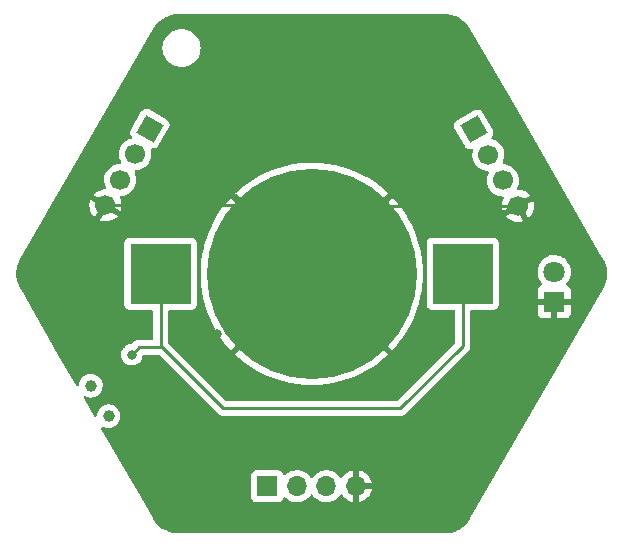
<source format=gbr>
%TF.GenerationSoftware,KiCad,Pcbnew,(6.0.5-0)*%
%TF.CreationDate,2022-06-08T15:29:45+08:00*%
%TF.ProjectId,dtl,64746c2e-6b69-4636-9164-5f7063625858,rev?*%
%TF.SameCoordinates,Original*%
%TF.FileFunction,Copper,L2,Bot*%
%TF.FilePolarity,Positive*%
%FSLAX46Y46*%
G04 Gerber Fmt 4.6, Leading zero omitted, Abs format (unit mm)*
G04 Created by KiCad (PCBNEW (6.0.5-0)) date 2022-06-08 15:29:45*
%MOMM*%
%LPD*%
G01*
G04 APERTURE LIST*
G04 Aperture macros list*
%AMHorizOval*
0 Thick line with rounded ends*
0 $1 width*
0 $2 $3 position (X,Y) of the first rounded end (center of the circle)*
0 $4 $5 position (X,Y) of the second rounded end (center of the circle)*
0 Add line between two ends*
20,1,$1,$2,$3,$4,$5,0*
0 Add two circle primitives to create the rounded ends*
1,1,$1,$2,$3*
1,1,$1,$4,$5*%
%AMRotRect*
0 Rectangle, with rotation*
0 The origin of the aperture is its center*
0 $1 length*
0 $2 width*
0 $3 Rotation angle, in degrees counterclockwise*
0 Add horizontal line*
21,1,$1,$2,0,0,$3*%
G04 Aperture macros list end*
%TA.AperFunction,ComponentPad*%
%ADD10RotRect,1.700000X1.700000X330.000000*%
%TD*%
%TA.AperFunction,ComponentPad*%
%ADD11HorizOval,1.700000X0.000000X0.000000X0.000000X0.000000X0*%
%TD*%
%TA.AperFunction,ComponentPad*%
%ADD12C,1.000000*%
%TD*%
%TA.AperFunction,ComponentPad*%
%ADD13R,1.700000X1.700000*%
%TD*%
%TA.AperFunction,ComponentPad*%
%ADD14O,1.700000X1.700000*%
%TD*%
%TA.AperFunction,ComponentPad*%
%ADD15RotRect,1.700000X1.700000X30.000000*%
%TD*%
%TA.AperFunction,ComponentPad*%
%ADD16HorizOval,1.700000X0.000000X0.000000X0.000000X0.000000X0*%
%TD*%
%TA.AperFunction,ComponentPad*%
%ADD17R,1.800000X1.800000*%
%TD*%
%TA.AperFunction,ComponentPad*%
%ADD18C,1.800000*%
%TD*%
%TA.AperFunction,SMDPad,CuDef*%
%ADD19R,5.100000X5.100000*%
%TD*%
%TA.AperFunction,SMDPad,CuDef*%
%ADD20C,17.800000*%
%TD*%
%TA.AperFunction,ViaPad*%
%ADD21C,0.800000*%
%TD*%
%TA.AperFunction,Conductor*%
%ADD22C,0.250000*%
%TD*%
G04 APERTURE END LIST*
D10*
%TO.P,J2,1,Pin_1*%
%TO.N,Net-(Q6-Pad2)*%
X63920000Y-47974031D03*
D11*
%TO.P,J2,2,Pin_2*%
%TO.N,Net-(D4-Pad1)*%
X62670000Y-50139095D03*
%TO.P,J2,3,Pin_3*%
%TO.N,unconnected-(J2-Pad3)*%
X61420000Y-52304158D03*
%TO.P,J2,4,Pin_4*%
%TO.N,GNDREF*%
X60170000Y-54469222D03*
%TD*%
D12*
%TO.P,SW1,8*%
%TO.N,N/C*%
X58927031Y-69727889D03*
%TO.P,SW1,9*%
X60427031Y-72325965D03*
%TD*%
D13*
%TO.P,J4,1,Pin_1*%
%TO.N,Net-(Q6-Pad2)*%
X73880000Y-78244927D03*
D14*
%TO.P,J4,2,Pin_2*%
%TO.N,unconnected-(J4-Pad2)*%
X76380000Y-78244927D03*
%TO.P,J4,3,Pin_3*%
%TO.N,Net-(D5-Pad1)*%
X78880000Y-78244927D03*
%TO.P,J4,4,Pin_4*%
%TO.N,GNDREF*%
X81380000Y-78244927D03*
%TD*%
D15*
%TO.P,J8,1,Pin_1*%
%TO.N,unconnected-(J8-Pad1)*%
X91335000Y-48019927D03*
D16*
%TO.P,J8,2,Pin_2*%
%TO.N,Net-(J8-Pad2)*%
X92585000Y-50184991D03*
%TO.P,J8,3,Pin_3*%
X93835000Y-52350054D03*
%TO.P,J8,4,Pin_4*%
%TO.N,GNDREF*%
X95085000Y-54515118D03*
%TD*%
D17*
%TO.P,D11,1,K*%
%TO.N,GNDREF*%
X98164400Y-62626327D03*
D18*
%TO.P,D11,2,A*%
%TO.N,Net-(D11-Pad2)*%
X98164400Y-60086327D03*
%TD*%
D19*
%TO.P,BT3,1,+*%
%TO.N,Net-(BT3-Pad1)*%
X64830000Y-60264927D03*
X90430000Y-60264927D03*
D20*
%TO.P,BT3,2,-*%
%TO.N,GNDREF*%
X77630000Y-60264927D03*
%TD*%
D21*
%TO.N,GNDREF*%
X70360000Y-80650000D03*
X71610000Y-48150000D03*
X69600000Y-65400000D03*
X87360000Y-64650000D03*
%TO.N,Net-(BT3-Pad1)*%
X62400000Y-67100000D03*
%TD*%
D22*
%TO.N,GNDREF*%
X60170000Y-54469222D02*
X71834295Y-54469222D01*
X70360000Y-80650000D02*
X81360000Y-80650000D01*
X81380000Y-80630000D02*
X81380000Y-78244927D01*
X95085000Y-54515118D02*
X83379809Y-54515118D01*
X71834295Y-54469222D02*
X77630000Y-60264927D01*
X83379809Y-54515118D02*
X77630000Y-60264927D01*
X81360000Y-80650000D02*
X81380000Y-80630000D01*
%TO.N,Net-(BT3-Pad1)*%
X90430000Y-60264927D02*
X90430000Y-66376927D01*
X64830000Y-66332927D02*
X64662927Y-66500000D01*
X90430000Y-66376927D02*
X85145000Y-71661927D01*
X64830000Y-66332927D02*
X64830000Y-60264927D01*
X63000000Y-66500000D02*
X62400000Y-67100000D01*
X85145000Y-71661927D02*
X70159000Y-71661927D01*
X64662927Y-66500000D02*
X63000000Y-66500000D01*
X70159000Y-71661927D02*
X64830000Y-66332927D01*
%TD*%
%TA.AperFunction,Conductor*%
%TO.N,GNDREF*%
G36*
X88852783Y-38264927D02*
G01*
X88867617Y-38267237D01*
X88867620Y-38267237D01*
X88876490Y-38268618D01*
X88894100Y-38266315D01*
X88917757Y-38265464D01*
X89164688Y-38279844D01*
X89179231Y-38281543D01*
X89450117Y-38329306D01*
X89464364Y-38332683D01*
X89727879Y-38411574D01*
X89741640Y-38416583D01*
X89830103Y-38454742D01*
X89994195Y-38525525D01*
X90007290Y-38532101D01*
X90245499Y-38669634D01*
X90257741Y-38677686D01*
X90478370Y-38841942D01*
X90489594Y-38851361D01*
X90689661Y-39040122D01*
X90699704Y-39050768D01*
X90876507Y-39261482D01*
X90876508Y-39261483D01*
X90885249Y-39273223D01*
X91017246Y-39473928D01*
X91029482Y-39497697D01*
X91029579Y-39497949D01*
X91029583Y-39497956D01*
X91032820Y-39506324D01*
X91038278Y-39513450D01*
X91052183Y-39531606D01*
X91061269Y-39545218D01*
X95088126Y-46519937D01*
X102239595Y-58906642D01*
X102274106Y-58966417D01*
X102282501Y-58983959D01*
X102291157Y-59006335D01*
X102301952Y-59020429D01*
X102314520Y-59040497D01*
X102425525Y-59261529D01*
X102431329Y-59274983D01*
X102525405Y-59533459D01*
X102529607Y-59547497D01*
X102593037Y-59815140D01*
X102595581Y-59829569D01*
X102627511Y-60102762D01*
X102628363Y-60117390D01*
X102628361Y-60392446D01*
X102627509Y-60407074D01*
X102595573Y-60680278D01*
X102593028Y-60694707D01*
X102529597Y-60962337D01*
X102525395Y-60976375D01*
X102431313Y-61234854D01*
X102425510Y-61248306D01*
X102348214Y-61402213D01*
X102317712Y-61462946D01*
X102303238Y-61485440D01*
X102297437Y-61492642D01*
X102285223Y-61522054D01*
X102277985Y-61536715D01*
X91065146Y-80957923D01*
X91054155Y-80973958D01*
X91039111Y-80992634D01*
X91035669Y-81000923D01*
X91035668Y-81000924D01*
X91032299Y-81009035D01*
X91021205Y-81029950D01*
X90885279Y-81236604D01*
X90876529Y-81248356D01*
X90699722Y-81459059D01*
X90689667Y-81469716D01*
X90489587Y-81658477D01*
X90478381Y-81667879D01*
X90282493Y-81813710D01*
X90257737Y-81832140D01*
X90245496Y-81840191D01*
X90007287Y-81977720D01*
X89994193Y-81984296D01*
X89741629Y-82093242D01*
X89727861Y-82098253D01*
X89464365Y-82177140D01*
X89450108Y-82180520D01*
X89335557Y-82200720D01*
X89179217Y-82228288D01*
X89164672Y-82229989D01*
X88924940Y-82243956D01*
X88898230Y-82242669D01*
X88889025Y-82241236D01*
X88860803Y-82244927D01*
X88857469Y-82245363D01*
X88841129Y-82246427D01*
X66415466Y-82246427D01*
X66396081Y-82244927D01*
X66381248Y-82242617D01*
X66381244Y-82242617D01*
X66372375Y-82241236D01*
X66363473Y-82242400D01*
X66363471Y-82242400D01*
X66359274Y-82242949D01*
X66354769Y-82243538D01*
X66331111Y-82244389D01*
X66084176Y-82230007D01*
X66069631Y-82228307D01*
X65879998Y-82194869D01*
X65798744Y-82180542D01*
X65784488Y-82177163D01*
X65633189Y-82131868D01*
X65520975Y-82098274D01*
X65507220Y-82093268D01*
X65254650Y-81984319D01*
X65241560Y-81977746D01*
X65003350Y-81840217D01*
X64991107Y-81832165D01*
X64991074Y-81832140D01*
X64770472Y-81667909D01*
X64759249Y-81658492D01*
X64559175Y-81469734D01*
X64549120Y-81459076D01*
X64372316Y-81248372D01*
X64363566Y-81236619D01*
X64231677Y-81036094D01*
X64219437Y-81012322D01*
X64219269Y-81011887D01*
X64219268Y-81011885D01*
X64216029Y-81003513D01*
X64196672Y-80978241D01*
X64187582Y-80964624D01*
X63135902Y-79143061D01*
X72521500Y-79143061D01*
X72528255Y-79205243D01*
X72579385Y-79341632D01*
X72666739Y-79458188D01*
X72783295Y-79545542D01*
X72919684Y-79596672D01*
X72981866Y-79603427D01*
X74778134Y-79603427D01*
X74840316Y-79596672D01*
X74976705Y-79545542D01*
X75093261Y-79458188D01*
X75180615Y-79341632D01*
X75212515Y-79256539D01*
X75255156Y-79199774D01*
X75321718Y-79175074D01*
X75391067Y-79190281D01*
X75418285Y-79212243D01*
X75419170Y-79211339D01*
X75422864Y-79214956D01*
X75426250Y-79218865D01*
X75598126Y-79361559D01*
X75791000Y-79474265D01*
X75999692Y-79553957D01*
X76004760Y-79554988D01*
X76004763Y-79554989D01*
X76099862Y-79574337D01*
X76218597Y-79598494D01*
X76223772Y-79598684D01*
X76223774Y-79598684D01*
X76436673Y-79606491D01*
X76436677Y-79606491D01*
X76441837Y-79606680D01*
X76446957Y-79606024D01*
X76446959Y-79606024D01*
X76658288Y-79578952D01*
X76658289Y-79578952D01*
X76663416Y-79578295D01*
X76668366Y-79576810D01*
X76872429Y-79515588D01*
X76872434Y-79515586D01*
X76877384Y-79514101D01*
X77077994Y-79415823D01*
X77259860Y-79286100D01*
X77289525Y-79256539D01*
X77403400Y-79143061D01*
X77418096Y-79128416D01*
X77477814Y-79045310D01*
X77528681Y-78974520D01*
X77584676Y-78930872D01*
X77655379Y-78924426D01*
X77718344Y-78957229D01*
X77738437Y-78982212D01*
X77777287Y-79045610D01*
X77777291Y-79045615D01*
X77779987Y-79050015D01*
X77926250Y-79218865D01*
X78098126Y-79361559D01*
X78291000Y-79474265D01*
X78499692Y-79553957D01*
X78504760Y-79554988D01*
X78504763Y-79554989D01*
X78599862Y-79574337D01*
X78718597Y-79598494D01*
X78723772Y-79598684D01*
X78723774Y-79598684D01*
X78936673Y-79606491D01*
X78936677Y-79606491D01*
X78941837Y-79606680D01*
X78946957Y-79606024D01*
X78946959Y-79606024D01*
X79158288Y-79578952D01*
X79158289Y-79578952D01*
X79163416Y-79578295D01*
X79168366Y-79576810D01*
X79372429Y-79515588D01*
X79372434Y-79515586D01*
X79377384Y-79514101D01*
X79577994Y-79415823D01*
X79759860Y-79286100D01*
X79789525Y-79256539D01*
X79903400Y-79143061D01*
X79918096Y-79128416D01*
X79977598Y-79045610D01*
X80028998Y-78974079D01*
X80084993Y-78930431D01*
X80155696Y-78923985D01*
X80218661Y-78956788D01*
X80238754Y-78981771D01*
X80277690Y-79045310D01*
X80283777Y-79053626D01*
X80423213Y-79214594D01*
X80430580Y-79221810D01*
X80594434Y-79357843D01*
X80602881Y-79363758D01*
X80786756Y-79471206D01*
X80796042Y-79475656D01*
X80995001Y-79551630D01*
X81004899Y-79554506D01*
X81108250Y-79575533D01*
X81122299Y-79574337D01*
X81126000Y-79563992D01*
X81126000Y-79563444D01*
X81634000Y-79563444D01*
X81638064Y-79577286D01*
X81651478Y-79579320D01*
X81658184Y-79578461D01*
X81668262Y-79576319D01*
X81872255Y-79515118D01*
X81881842Y-79511360D01*
X82073095Y-79417666D01*
X82081945Y-79412391D01*
X82255328Y-79288719D01*
X82263200Y-79282066D01*
X82414052Y-79131739D01*
X82420730Y-79123892D01*
X82545003Y-78950947D01*
X82550313Y-78942110D01*
X82644670Y-78751194D01*
X82648469Y-78741599D01*
X82710377Y-78537837D01*
X82712555Y-78527764D01*
X82713986Y-78516889D01*
X82711775Y-78502705D01*
X82698617Y-78498927D01*
X81652115Y-78498927D01*
X81636876Y-78503402D01*
X81635671Y-78504792D01*
X81634000Y-78512475D01*
X81634000Y-79563444D01*
X81126000Y-79563444D01*
X81126000Y-77972812D01*
X81634000Y-77972812D01*
X81638475Y-77988051D01*
X81639865Y-77989256D01*
X81647548Y-77990927D01*
X82698344Y-77990927D01*
X82711875Y-77986954D01*
X82713180Y-77977874D01*
X82671214Y-77810802D01*
X82667894Y-77801051D01*
X82582972Y-77605741D01*
X82578105Y-77596666D01*
X82462426Y-77417853D01*
X82456136Y-77409684D01*
X82312806Y-77252167D01*
X82305273Y-77245142D01*
X82138139Y-77113149D01*
X82129552Y-77107444D01*
X81943117Y-77004526D01*
X81933705Y-77000296D01*
X81732959Y-76929207D01*
X81722988Y-76926573D01*
X81651837Y-76913899D01*
X81638540Y-76915359D01*
X81634000Y-76929916D01*
X81634000Y-77972812D01*
X81126000Y-77972812D01*
X81126000Y-76928029D01*
X81122082Y-76914685D01*
X81107806Y-76912698D01*
X81069324Y-76918587D01*
X81059288Y-76920978D01*
X80856868Y-76987139D01*
X80847359Y-76991136D01*
X80658463Y-77089469D01*
X80649738Y-77094963D01*
X80479433Y-77222832D01*
X80471726Y-77229675D01*
X80324590Y-77383644D01*
X80318108Y-77391649D01*
X80234028Y-77514905D01*
X80179116Y-77559907D01*
X80108592Y-77568078D01*
X80044845Y-77536824D01*
X80024148Y-77512340D01*
X79962822Y-77417544D01*
X79962820Y-77417541D01*
X79960014Y-77413204D01*
X79809670Y-77247978D01*
X79805619Y-77244779D01*
X79805615Y-77244775D01*
X79638414Y-77112727D01*
X79638410Y-77112725D01*
X79634359Y-77109525D01*
X79598028Y-77089469D01*
X79582136Y-77080696D01*
X79438789Y-77001565D01*
X79433920Y-76999841D01*
X79433916Y-76999839D01*
X79233087Y-76928722D01*
X79233083Y-76928721D01*
X79228212Y-76926996D01*
X79223119Y-76926089D01*
X79223116Y-76926088D01*
X79013373Y-76888727D01*
X79013367Y-76888726D01*
X79008284Y-76887821D01*
X78934452Y-76886919D01*
X78790081Y-76885155D01*
X78790079Y-76885155D01*
X78784911Y-76885092D01*
X78564091Y-76918882D01*
X78351756Y-76988284D01*
X78153607Y-77091434D01*
X78149474Y-77094537D01*
X78149471Y-77094539D01*
X78066771Y-77156632D01*
X77974965Y-77225562D01*
X77820629Y-77387065D01*
X77733732Y-77514452D01*
X77678823Y-77559452D01*
X77608298Y-77567623D01*
X77544551Y-77536369D01*
X77523854Y-77511885D01*
X77462822Y-77417544D01*
X77462820Y-77417541D01*
X77460014Y-77413204D01*
X77309670Y-77247978D01*
X77305619Y-77244779D01*
X77305615Y-77244775D01*
X77138414Y-77112727D01*
X77138410Y-77112725D01*
X77134359Y-77109525D01*
X77098028Y-77089469D01*
X77082136Y-77080696D01*
X76938789Y-77001565D01*
X76933920Y-76999841D01*
X76933916Y-76999839D01*
X76733087Y-76928722D01*
X76733083Y-76928721D01*
X76728212Y-76926996D01*
X76723119Y-76926089D01*
X76723116Y-76926088D01*
X76513373Y-76888727D01*
X76513367Y-76888726D01*
X76508284Y-76887821D01*
X76434452Y-76886919D01*
X76290081Y-76885155D01*
X76290079Y-76885155D01*
X76284911Y-76885092D01*
X76064091Y-76918882D01*
X75851756Y-76988284D01*
X75653607Y-77091434D01*
X75649474Y-77094537D01*
X75649471Y-77094539D01*
X75566771Y-77156632D01*
X75474965Y-77225562D01*
X75471398Y-77229295D01*
X75471392Y-77229300D01*
X75423011Y-77279928D01*
X75361487Y-77315357D01*
X75290574Y-77311900D01*
X75232788Y-77270653D01*
X75213936Y-77237105D01*
X75183768Y-77156632D01*
X75183767Y-77156630D01*
X75180615Y-77148222D01*
X75093261Y-77031666D01*
X74976705Y-76944312D01*
X74840316Y-76893182D01*
X74778134Y-76886427D01*
X72981866Y-76886427D01*
X72919684Y-76893182D01*
X72783295Y-76944312D01*
X72666739Y-77031666D01*
X72579385Y-77148222D01*
X72528255Y-77284611D01*
X72521500Y-77346793D01*
X72521500Y-79143061D01*
X63135902Y-79143061D01*
X62054866Y-77270653D01*
X59829076Y-73415471D01*
X59812338Y-73346477D01*
X59835558Y-73279385D01*
X59891366Y-73235498D01*
X59962041Y-73228749D01*
X59999666Y-73242484D01*
X60015947Y-73251584D01*
X60015953Y-73251586D01*
X60021325Y-73254589D01*
X60209423Y-73315705D01*
X60405808Y-73339123D01*
X60411943Y-73338651D01*
X60411945Y-73338651D01*
X60596861Y-73324422D01*
X60596865Y-73324421D01*
X60603003Y-73323949D01*
X60793494Y-73270763D01*
X60798998Y-73267983D01*
X60799000Y-73267982D01*
X60964526Y-73184369D01*
X60964528Y-73184368D01*
X60970027Y-73181590D01*
X61125878Y-73059826D01*
X61255109Y-72910110D01*
X61352800Y-72738144D01*
X61415228Y-72550478D01*
X61440016Y-72354260D01*
X61440411Y-72325965D01*
X61421111Y-72129132D01*
X61417017Y-72115570D01*
X61365728Y-71945696D01*
X61363947Y-71939796D01*
X61271097Y-71765169D01*
X61200740Y-71678903D01*
X61149991Y-71616678D01*
X61149988Y-71616675D01*
X61146096Y-71611903D01*
X61139755Y-71606657D01*
X60998456Y-71489764D01*
X60998452Y-71489762D01*
X60993706Y-71485835D01*
X60819732Y-71391767D01*
X60630799Y-71333283D01*
X60624674Y-71332639D01*
X60624673Y-71332639D01*
X60440235Y-71313254D01*
X60440233Y-71313254D01*
X60434106Y-71312610D01*
X60351607Y-71320118D01*
X60243282Y-71329976D01*
X60243279Y-71329977D01*
X60237143Y-71330535D01*
X60231237Y-71332273D01*
X60231233Y-71332274D01*
X60126107Y-71363214D01*
X60047412Y-71386375D01*
X60041954Y-71389228D01*
X60041950Y-71389230D01*
X59951178Y-71436685D01*
X59872141Y-71478005D01*
X59718006Y-71601933D01*
X59590877Y-71753439D01*
X59587910Y-71758837D01*
X59587906Y-71758842D01*
X59584428Y-71765169D01*
X59495598Y-71926752D01*
X59493737Y-71932619D01*
X59493736Y-71932621D01*
X59444208Y-72088754D01*
X59435796Y-72115271D01*
X59434436Y-72127399D01*
X59420375Y-72252749D01*
X59392904Y-72318215D01*
X59334400Y-72358437D01*
X59263438Y-72360644D01*
X59202547Y-72324136D01*
X59186041Y-72301703D01*
X59182741Y-72295986D01*
X58329076Y-70817396D01*
X58312338Y-70748401D01*
X58335558Y-70681309D01*
X58391366Y-70637422D01*
X58462041Y-70630673D01*
X58499666Y-70644408D01*
X58515947Y-70653508D01*
X58515953Y-70653510D01*
X58521325Y-70656513D01*
X58709423Y-70717629D01*
X58905808Y-70741047D01*
X58911943Y-70740575D01*
X58911945Y-70740575D01*
X59096861Y-70726346D01*
X59096865Y-70726345D01*
X59103003Y-70725873D01*
X59293494Y-70672687D01*
X59298998Y-70669907D01*
X59299000Y-70669906D01*
X59464526Y-70586293D01*
X59464528Y-70586292D01*
X59470027Y-70583514D01*
X59625878Y-70461750D01*
X59755109Y-70312034D01*
X59852800Y-70140068D01*
X59915228Y-69952402D01*
X59940016Y-69756184D01*
X59940411Y-69727889D01*
X59921111Y-69531056D01*
X59911442Y-69499029D01*
X59865728Y-69347620D01*
X59863947Y-69341720D01*
X59771097Y-69167093D01*
X59700740Y-69080827D01*
X59649991Y-69018602D01*
X59649988Y-69018599D01*
X59646096Y-69013827D01*
X59639755Y-69008581D01*
X59498456Y-68891688D01*
X59498452Y-68891686D01*
X59493706Y-68887759D01*
X59319732Y-68793691D01*
X59130799Y-68735207D01*
X59124674Y-68734563D01*
X59124673Y-68734563D01*
X58940235Y-68715178D01*
X58940233Y-68715178D01*
X58934106Y-68714534D01*
X58851607Y-68722042D01*
X58743282Y-68731900D01*
X58743279Y-68731901D01*
X58737143Y-68732459D01*
X58731237Y-68734197D01*
X58731233Y-68734198D01*
X58626107Y-68765138D01*
X58547412Y-68788299D01*
X58541954Y-68791152D01*
X58541950Y-68791154D01*
X58451178Y-68838609D01*
X58372141Y-68879929D01*
X58218006Y-69003857D01*
X58090877Y-69155363D01*
X58087910Y-69160761D01*
X58087906Y-69160766D01*
X58073544Y-69186891D01*
X57995598Y-69328676D01*
X57993737Y-69334543D01*
X57993736Y-69334545D01*
X57941810Y-69498236D01*
X57935796Y-69517195D01*
X57933553Y-69537190D01*
X57920375Y-69654673D01*
X57892904Y-69720140D01*
X57834400Y-69760362D01*
X57763438Y-69762569D01*
X57702547Y-69726061D01*
X57686044Y-69703633D01*
X56182836Y-67100000D01*
X61486496Y-67100000D01*
X61506458Y-67289928D01*
X61565473Y-67471556D01*
X61660960Y-67636944D01*
X61788747Y-67778866D01*
X61943248Y-67891118D01*
X61949276Y-67893802D01*
X61949278Y-67893803D01*
X62111681Y-67966109D01*
X62117712Y-67968794D01*
X62211112Y-67988647D01*
X62298056Y-68007128D01*
X62298061Y-68007128D01*
X62304513Y-68008500D01*
X62495487Y-68008500D01*
X62501939Y-68007128D01*
X62501944Y-68007128D01*
X62588888Y-67988647D01*
X62682288Y-67968794D01*
X62688319Y-67966109D01*
X62850722Y-67893803D01*
X62850724Y-67893802D01*
X62856752Y-67891118D01*
X63011253Y-67778866D01*
X63139040Y-67636944D01*
X63234527Y-67471556D01*
X63293542Y-67289928D01*
X63298124Y-67246329D01*
X63325137Y-67180673D01*
X63383358Y-67140043D01*
X63423434Y-67133500D01*
X64584160Y-67133500D01*
X64595343Y-67134027D01*
X64602836Y-67135702D01*
X64610762Y-67135453D01*
X64610763Y-67135453D01*
X64670913Y-67133562D01*
X64674872Y-67133500D01*
X64682479Y-67133500D01*
X64750600Y-67153502D01*
X64771574Y-67170405D01*
X67255841Y-69654673D01*
X69655348Y-72054180D01*
X69662888Y-72062466D01*
X69667000Y-72068945D01*
X69672777Y-72074370D01*
X69716651Y-72115570D01*
X69719493Y-72118325D01*
X69739230Y-72138062D01*
X69742427Y-72140542D01*
X69751447Y-72148245D01*
X69783679Y-72178513D01*
X69790625Y-72182332D01*
X69790628Y-72182334D01*
X69801434Y-72188275D01*
X69817953Y-72199126D01*
X69833959Y-72211541D01*
X69841228Y-72214686D01*
X69841232Y-72214689D01*
X69874537Y-72229101D01*
X69885187Y-72234318D01*
X69923940Y-72255622D01*
X69931615Y-72257593D01*
X69931616Y-72257593D01*
X69943562Y-72260660D01*
X69962267Y-72267064D01*
X69980855Y-72275108D01*
X69988678Y-72276347D01*
X69988688Y-72276350D01*
X70024524Y-72282026D01*
X70036144Y-72284432D01*
X70067959Y-72292600D01*
X70078970Y-72295427D01*
X70099224Y-72295427D01*
X70118934Y-72296978D01*
X70138943Y-72300147D01*
X70146835Y-72299401D01*
X70165580Y-72297629D01*
X70182962Y-72295986D01*
X70194819Y-72295427D01*
X85066233Y-72295427D01*
X85077416Y-72295954D01*
X85084909Y-72297629D01*
X85092835Y-72297380D01*
X85092836Y-72297380D01*
X85152986Y-72295489D01*
X85156945Y-72295427D01*
X85184856Y-72295427D01*
X85188791Y-72294930D01*
X85188856Y-72294922D01*
X85200693Y-72293989D01*
X85232951Y-72292975D01*
X85236970Y-72292849D01*
X85244889Y-72292600D01*
X85264343Y-72286948D01*
X85283700Y-72282940D01*
X85295930Y-72281395D01*
X85295931Y-72281395D01*
X85303797Y-72280401D01*
X85311168Y-72277482D01*
X85311170Y-72277482D01*
X85344912Y-72264123D01*
X85356142Y-72260278D01*
X85390983Y-72250156D01*
X85390984Y-72250156D01*
X85398593Y-72247945D01*
X85405412Y-72243912D01*
X85405417Y-72243910D01*
X85416028Y-72237634D01*
X85433776Y-72228939D01*
X85452617Y-72221479D01*
X85488387Y-72195491D01*
X85498307Y-72188975D01*
X85529535Y-72170507D01*
X85529538Y-72170505D01*
X85536362Y-72166469D01*
X85550683Y-72152148D01*
X85565717Y-72139307D01*
X85575694Y-72132058D01*
X85582107Y-72127399D01*
X85610298Y-72093322D01*
X85618288Y-72084543D01*
X90822247Y-66880584D01*
X90830537Y-66873040D01*
X90837018Y-66868927D01*
X90883659Y-66819259D01*
X90886413Y-66816418D01*
X90906135Y-66796696D01*
X90908612Y-66793503D01*
X90916317Y-66784482D01*
X90941159Y-66758027D01*
X90946586Y-66752248D01*
X90956217Y-66734729D01*
X90956346Y-66734495D01*
X90967202Y-66717968D01*
X90974757Y-66708229D01*
X90974758Y-66708227D01*
X90979614Y-66701967D01*
X90997174Y-66661387D01*
X91002391Y-66650739D01*
X91019875Y-66618936D01*
X91019876Y-66618934D01*
X91023695Y-66611987D01*
X91028733Y-66592364D01*
X91035137Y-66573661D01*
X91040033Y-66562347D01*
X91040033Y-66562346D01*
X91043181Y-66555072D01*
X91044420Y-66547249D01*
X91044423Y-66547239D01*
X91050099Y-66511403D01*
X91052505Y-66499783D01*
X91061528Y-66464638D01*
X91061528Y-66464637D01*
X91063500Y-66456957D01*
X91063500Y-66436703D01*
X91065051Y-66416992D01*
X91066980Y-66404813D01*
X91068220Y-66396984D01*
X91064059Y-66352965D01*
X91063500Y-66341108D01*
X91063500Y-63570996D01*
X96756401Y-63570996D01*
X96756771Y-63577817D01*
X96762295Y-63628679D01*
X96765921Y-63643931D01*
X96811076Y-63764381D01*
X96819614Y-63779976D01*
X96896115Y-63882051D01*
X96908676Y-63894612D01*
X97010751Y-63971113D01*
X97026346Y-63979651D01*
X97146794Y-64024805D01*
X97162049Y-64028432D01*
X97212914Y-64033958D01*
X97219728Y-64034327D01*
X97892285Y-64034327D01*
X97907524Y-64029852D01*
X97908729Y-64028462D01*
X97910400Y-64020779D01*
X97910400Y-64016211D01*
X98418400Y-64016211D01*
X98422875Y-64031450D01*
X98424265Y-64032655D01*
X98431948Y-64034326D01*
X99109069Y-64034326D01*
X99115890Y-64033956D01*
X99166752Y-64028432D01*
X99182004Y-64024806D01*
X99302454Y-63979651D01*
X99318049Y-63971113D01*
X99420124Y-63894612D01*
X99432685Y-63882051D01*
X99509186Y-63779976D01*
X99517724Y-63764381D01*
X99562878Y-63643933D01*
X99566505Y-63628678D01*
X99572031Y-63577813D01*
X99572400Y-63570999D01*
X99572400Y-62898442D01*
X99567925Y-62883203D01*
X99566535Y-62881998D01*
X99558852Y-62880327D01*
X98436515Y-62880327D01*
X98421276Y-62884802D01*
X98420071Y-62886192D01*
X98418400Y-62893875D01*
X98418400Y-64016211D01*
X97910400Y-64016211D01*
X97910400Y-62898442D01*
X97905925Y-62883203D01*
X97904535Y-62881998D01*
X97896852Y-62880327D01*
X96774516Y-62880327D01*
X96759277Y-62884802D01*
X96758072Y-62886192D01*
X96756401Y-62893875D01*
X96756401Y-63570996D01*
X91063500Y-63570996D01*
X91063500Y-63449427D01*
X91083502Y-63381306D01*
X91137158Y-63334813D01*
X91189500Y-63323427D01*
X93028134Y-63323427D01*
X93090316Y-63316672D01*
X93226705Y-63265542D01*
X93343261Y-63178188D01*
X93430615Y-63061632D01*
X93481745Y-62925243D01*
X93488500Y-62863061D01*
X93488500Y-60051796D01*
X96751495Y-60051796D01*
X96751792Y-60056949D01*
X96751792Y-60056952D01*
X96764336Y-60274507D01*
X96764827Y-60283024D01*
X96765964Y-60288070D01*
X96765965Y-60288076D01*
X96791143Y-60399796D01*
X96815746Y-60508969D01*
X96817688Y-60513751D01*
X96817689Y-60513755D01*
X96888269Y-60687572D01*
X96902884Y-60723564D01*
X97023901Y-60921046D01*
X97027282Y-60924949D01*
X97136053Y-61050518D01*
X97165535Y-61115103D01*
X97155420Y-61185376D01*
X97108919Y-61239024D01*
X97085046Y-61250997D01*
X97026344Y-61273004D01*
X97010751Y-61281541D01*
X96908676Y-61358042D01*
X96896115Y-61370603D01*
X96819614Y-61472678D01*
X96811076Y-61488273D01*
X96765922Y-61608721D01*
X96762295Y-61623976D01*
X96756769Y-61674841D01*
X96756400Y-61681655D01*
X96756400Y-62354212D01*
X96760875Y-62369451D01*
X96762265Y-62370656D01*
X96769948Y-62372327D01*
X99554284Y-62372327D01*
X99569523Y-62367852D01*
X99570728Y-62366462D01*
X99572399Y-62358779D01*
X99572399Y-61681658D01*
X99572029Y-61674837D01*
X99566505Y-61623975D01*
X99562879Y-61608723D01*
X99517724Y-61488273D01*
X99509186Y-61472678D01*
X99432685Y-61370603D01*
X99420124Y-61358042D01*
X99318049Y-61281541D01*
X99302452Y-61273002D01*
X99243815Y-61251020D01*
X99187050Y-61208379D01*
X99162350Y-61141817D01*
X99177557Y-61072468D01*
X99199103Y-61043788D01*
X99237041Y-61005981D01*
X99240703Y-61002332D01*
X99375858Y-60814244D01*
X99405236Y-60754803D01*
X99476184Y-60611249D01*
X99476185Y-60611247D01*
X99478478Y-60606607D01*
X99545808Y-60384998D01*
X99576040Y-60155368D01*
X99577325Y-60102771D01*
X99577645Y-60089692D01*
X99577645Y-60089688D01*
X99577727Y-60086327D01*
X99562440Y-59900388D01*
X99559173Y-59860645D01*
X99559172Y-59860639D01*
X99558749Y-59855494D01*
X99509523Y-59659515D01*
X99503584Y-59635871D01*
X99503583Y-59635867D01*
X99502325Y-59630860D01*
X99500266Y-59626124D01*
X99412030Y-59423195D01*
X99412028Y-59423192D01*
X99409970Y-59418458D01*
X99284164Y-59223992D01*
X99128287Y-59052685D01*
X99124236Y-59049486D01*
X99124232Y-59049482D01*
X98950577Y-58912338D01*
X98950572Y-58912335D01*
X98946523Y-58909137D01*
X98942007Y-58906644D01*
X98942004Y-58906642D01*
X98748279Y-58799700D01*
X98748275Y-58799698D01*
X98743755Y-58797203D01*
X98738886Y-58795479D01*
X98738882Y-58795477D01*
X98530303Y-58721615D01*
X98530299Y-58721614D01*
X98525428Y-58719889D01*
X98520335Y-58718982D01*
X98520332Y-58718981D01*
X98302495Y-58680178D01*
X98302489Y-58680177D01*
X98297406Y-58679272D01*
X98224496Y-58678381D01*
X98070981Y-58676506D01*
X98070979Y-58676506D01*
X98065811Y-58676443D01*
X97836864Y-58711477D01*
X97616714Y-58783433D01*
X97612126Y-58785821D01*
X97612122Y-58785823D01*
X97585465Y-58799700D01*
X97411272Y-58890379D01*
X97407139Y-58893482D01*
X97407136Y-58893484D01*
X97233046Y-59024195D01*
X97226055Y-59029444D01*
X97066039Y-59196891D01*
X97063125Y-59201163D01*
X97063124Y-59201164D01*
X97047552Y-59223992D01*
X96935519Y-59388226D01*
X96838002Y-59598308D01*
X96776107Y-59821496D01*
X96751495Y-60051796D01*
X93488500Y-60051796D01*
X93488500Y-57666793D01*
X93481745Y-57604611D01*
X93430615Y-57468222D01*
X93343261Y-57351666D01*
X93226705Y-57264312D01*
X93090316Y-57213182D01*
X93028134Y-57206427D01*
X87831866Y-57206427D01*
X87769684Y-57213182D01*
X87633295Y-57264312D01*
X87516739Y-57351666D01*
X87429385Y-57468222D01*
X87378255Y-57604611D01*
X87371500Y-57666793D01*
X87371500Y-62863061D01*
X87378255Y-62925243D01*
X87429385Y-63061632D01*
X87516739Y-63178188D01*
X87633295Y-63265542D01*
X87769684Y-63316672D01*
X87831866Y-63323427D01*
X89670500Y-63323427D01*
X89738621Y-63343429D01*
X89785114Y-63397085D01*
X89796500Y-63449427D01*
X89796500Y-66062333D01*
X89776498Y-66130454D01*
X89759595Y-66151428D01*
X84919500Y-70991522D01*
X84857188Y-71025548D01*
X84830405Y-71028427D01*
X70473594Y-71028427D01*
X70405473Y-71008425D01*
X70384499Y-70991522D01*
X66489792Y-67096814D01*
X71163653Y-67096814D01*
X71163677Y-67097153D01*
X71169500Y-67105785D01*
X71502715Y-67410587D01*
X71505846Y-67413271D01*
X71976614Y-67791102D01*
X71979897Y-67793567D01*
X72474088Y-68140246D01*
X72477515Y-68142489D01*
X72993060Y-68456562D01*
X72996595Y-68458562D01*
X73531368Y-68738729D01*
X73535006Y-68740488D01*
X74086712Y-68985546D01*
X74090502Y-68987085D01*
X74656872Y-69196030D01*
X74660737Y-69197316D01*
X75239415Y-69369277D01*
X75243356Y-69370311D01*
X75831917Y-69504569D01*
X75835912Y-69505346D01*
X76431930Y-69601346D01*
X76435969Y-69601863D01*
X77036918Y-69659199D01*
X77040987Y-69659455D01*
X77644384Y-69677891D01*
X77648470Y-69677883D01*
X78251812Y-69657341D01*
X78255856Y-69657072D01*
X78856622Y-69597637D01*
X78860658Y-69597106D01*
X79456321Y-69499029D01*
X79460324Y-69498236D01*
X80048425Y-69361922D01*
X80052345Y-69360879D01*
X80630442Y-69186891D01*
X80634275Y-69185601D01*
X81199914Y-68974680D01*
X81203707Y-68973124D01*
X81754544Y-68726146D01*
X81758205Y-68724360D01*
X82291987Y-68442333D01*
X82295493Y-68440333D01*
X82809963Y-68124448D01*
X82813360Y-68122207D01*
X83306367Y-67773785D01*
X83309591Y-67771347D01*
X83779100Y-67391824D01*
X83782167Y-67389177D01*
X84087854Y-67107590D01*
X84096032Y-67093973D01*
X84096018Y-67093514D01*
X84090673Y-67084810D01*
X77642812Y-60636949D01*
X77628868Y-60629335D01*
X77627035Y-60629466D01*
X77620420Y-60633717D01*
X71171267Y-67082870D01*
X71163653Y-67096814D01*
X66489792Y-67096814D01*
X65500405Y-66107427D01*
X65466379Y-66045115D01*
X65463500Y-66018332D01*
X65463500Y-63449427D01*
X65483502Y-63381306D01*
X65537158Y-63334813D01*
X65589500Y-63323427D01*
X67428134Y-63323427D01*
X67490316Y-63316672D01*
X67626705Y-63265542D01*
X67743261Y-63178188D01*
X67830615Y-63061632D01*
X67881745Y-62925243D01*
X67888500Y-62863061D01*
X67888500Y-60476441D01*
X68219403Y-60476441D01*
X68219495Y-60480515D01*
X68252667Y-61083295D01*
X68253022Y-61087347D01*
X68325028Y-61686749D01*
X68325638Y-61690739D01*
X68436173Y-62284244D01*
X68437045Y-62288209D01*
X68585647Y-62873332D01*
X68586772Y-62877230D01*
X68772827Y-63451551D01*
X68774203Y-63455372D01*
X68996923Y-64016468D01*
X68998554Y-64020219D01*
X69257015Y-64565766D01*
X69258873Y-64569380D01*
X69552019Y-65097144D01*
X69554094Y-65100611D01*
X69880683Y-65608351D01*
X69882999Y-65611708D01*
X70241653Y-66097286D01*
X70244184Y-66100491D01*
X70633434Y-66561922D01*
X70636161Y-66564951D01*
X70787555Y-66722548D01*
X70801340Y-66730438D01*
X70802504Y-66730378D01*
X70810137Y-66725580D01*
X77257978Y-60277739D01*
X77264356Y-60266059D01*
X77994408Y-60266059D01*
X77994539Y-60267892D01*
X77998790Y-60274507D01*
X84446962Y-66722679D01*
X84460906Y-66730293D01*
X84461950Y-66730219D01*
X84469643Y-66725145D01*
X84645787Y-66540500D01*
X84648510Y-66537454D01*
X85036152Y-66074661D01*
X85038646Y-66071481D01*
X85395621Y-65584628D01*
X85397921Y-65581268D01*
X85722732Y-65072399D01*
X85724803Y-65068911D01*
X86016104Y-64540129D01*
X86017940Y-64536527D01*
X86274512Y-63990047D01*
X86276114Y-63986328D01*
X86496884Y-63424429D01*
X86498241Y-63420619D01*
X86682293Y-62845641D01*
X86683399Y-62841759D01*
X86829966Y-62256092D01*
X86830818Y-62252148D01*
X86939281Y-61658262D01*
X86939882Y-61654237D01*
X87009790Y-61054625D01*
X87010132Y-61050548D01*
X87041238Y-60446939D01*
X87041318Y-60444322D01*
X87043027Y-60266264D01*
X87042997Y-60263588D01*
X87023486Y-59659515D01*
X87023223Y-59655457D01*
X86964836Y-59054589D01*
X86964316Y-59050579D01*
X86867275Y-58454723D01*
X86866487Y-58450710D01*
X86731206Y-57862401D01*
X86730160Y-57858445D01*
X86557195Y-57280090D01*
X86555897Y-57276209D01*
X86345959Y-56710189D01*
X86344433Y-56706451D01*
X86098405Y-56155158D01*
X86096625Y-56151493D01*
X85815537Y-55617230D01*
X85813528Y-55613695D01*
X85684385Y-55402539D01*
X94063300Y-55402539D01*
X94069488Y-55416991D01*
X94128217Y-55484790D01*
X94135579Y-55492000D01*
X94299434Y-55628034D01*
X94307881Y-55633949D01*
X94491756Y-55741397D01*
X94501042Y-55745847D01*
X94700001Y-55821821D01*
X94709899Y-55824697D01*
X94918595Y-55867156D01*
X94928823Y-55868375D01*
X95141650Y-55876180D01*
X95151936Y-55875713D01*
X95363185Y-55848652D01*
X95373262Y-55846510D01*
X95515410Y-55803863D01*
X95527226Y-55796171D01*
X95525790Y-55786588D01*
X95001087Y-54877777D01*
X94989592Y-54866817D01*
X94987784Y-54866468D01*
X94980297Y-54868861D01*
X94072314Y-55393085D01*
X94063300Y-55402539D01*
X85684385Y-55402539D01*
X85498550Y-55098689D01*
X85496322Y-55095298D01*
X85148748Y-54601666D01*
X85146322Y-54598447D01*
X84767619Y-54128276D01*
X84764975Y-54125203D01*
X84472813Y-53806921D01*
X84459209Y-53798719D01*
X84458810Y-53798731D01*
X84450017Y-53804120D01*
X78002022Y-60252115D01*
X77994408Y-60266059D01*
X77264356Y-60266059D01*
X77265592Y-60263795D01*
X77265461Y-60261962D01*
X77261210Y-60255347D01*
X70810806Y-53804943D01*
X70796862Y-53797329D01*
X70795057Y-53797458D01*
X70788404Y-53801737D01*
X70758383Y-53831812D01*
X70755621Y-53834762D01*
X70357560Y-54288664D01*
X70354995Y-54291787D01*
X69987060Y-54770424D01*
X69984697Y-54773712D01*
X69648413Y-55275099D01*
X69646271Y-55278528D01*
X69343052Y-55800557D01*
X69341126Y-55804135D01*
X69072232Y-56344633D01*
X69070535Y-56348342D01*
X68837078Y-56905073D01*
X68835638Y-56908843D01*
X68638586Y-57479506D01*
X68637390Y-57483370D01*
X68477586Y-58065518D01*
X68476629Y-58069505D01*
X68354729Y-58660733D01*
X68354033Y-58664762D01*
X68270539Y-59262640D01*
X68270107Y-59266684D01*
X68225367Y-59868729D01*
X68225197Y-59872787D01*
X68219403Y-60476441D01*
X67888500Y-60476441D01*
X67888500Y-57666793D01*
X67881745Y-57604611D01*
X67830615Y-57468222D01*
X67743261Y-57351666D01*
X67626705Y-57264312D01*
X67490316Y-57213182D01*
X67428134Y-57206427D01*
X62231866Y-57206427D01*
X62169684Y-57213182D01*
X62033295Y-57264312D01*
X61916739Y-57351666D01*
X61829385Y-57468222D01*
X61778255Y-57604611D01*
X61771500Y-57666793D01*
X61771500Y-62863061D01*
X61778255Y-62925243D01*
X61829385Y-63061632D01*
X61916739Y-63178188D01*
X62033295Y-63265542D01*
X62169684Y-63316672D01*
X62231866Y-63323427D01*
X64070500Y-63323427D01*
X64138621Y-63343429D01*
X64185114Y-63397085D01*
X64196500Y-63449427D01*
X64196500Y-65740500D01*
X64176498Y-65808621D01*
X64122842Y-65855114D01*
X64070500Y-65866500D01*
X63078767Y-65866500D01*
X63067584Y-65865973D01*
X63060091Y-65864298D01*
X63052165Y-65864547D01*
X63052164Y-65864547D01*
X62992014Y-65866438D01*
X62988055Y-65866500D01*
X62960144Y-65866500D01*
X62956210Y-65866997D01*
X62956209Y-65866997D01*
X62956144Y-65867005D01*
X62944307Y-65867938D01*
X62912490Y-65868938D01*
X62908029Y-65869078D01*
X62900110Y-65869327D01*
X62882454Y-65874456D01*
X62880658Y-65874978D01*
X62861306Y-65878986D01*
X62854235Y-65879880D01*
X62841203Y-65881526D01*
X62833834Y-65884443D01*
X62833832Y-65884444D01*
X62800097Y-65897800D01*
X62788869Y-65901645D01*
X62746407Y-65913982D01*
X62739584Y-65918017D01*
X62739582Y-65918018D01*
X62728972Y-65924293D01*
X62711224Y-65932988D01*
X62692383Y-65940448D01*
X62685967Y-65945110D01*
X62685966Y-65945110D01*
X62656613Y-65966436D01*
X62646693Y-65972952D01*
X62615465Y-65991420D01*
X62615462Y-65991422D01*
X62608638Y-65995458D01*
X62594317Y-66009779D01*
X62579284Y-66022619D01*
X62562893Y-66034528D01*
X62557840Y-66040636D01*
X62534708Y-66068598D01*
X62526718Y-66077378D01*
X62449501Y-66154595D01*
X62387189Y-66188621D01*
X62360406Y-66191500D01*
X62304513Y-66191500D01*
X62298061Y-66192872D01*
X62298056Y-66192872D01*
X62211113Y-66211353D01*
X62117712Y-66231206D01*
X62111682Y-66233891D01*
X62111681Y-66233891D01*
X61949278Y-66306197D01*
X61949276Y-66306198D01*
X61943248Y-66308882D01*
X61788747Y-66421134D01*
X61784326Y-66426044D01*
X61784325Y-66426045D01*
X61707469Y-66511403D01*
X61660960Y-66563056D01*
X61637143Y-66604308D01*
X61580760Y-66701967D01*
X61565473Y-66728444D01*
X61506458Y-66910072D01*
X61486496Y-67100000D01*
X56182836Y-67100000D01*
X52974750Y-61543432D01*
X52966357Y-61525895D01*
X52960941Y-61511893D01*
X52960939Y-61511890D01*
X52957701Y-61503519D01*
X52946905Y-61489424D01*
X52934336Y-61469355D01*
X52823328Y-61248317D01*
X52817530Y-61234878D01*
X52723450Y-60976389D01*
X52719251Y-60962363D01*
X52655817Y-60694711D01*
X52653273Y-60680282D01*
X52621341Y-60407085D01*
X52620489Y-60392457D01*
X52620489Y-60117399D01*
X52621341Y-60102771D01*
X52653273Y-59829575D01*
X52655817Y-59815146D01*
X52719252Y-59547491D01*
X52723455Y-59533454D01*
X52817525Y-59274997D01*
X52823328Y-59261542D01*
X52931081Y-59046988D01*
X52945550Y-59024501D01*
X52945796Y-59024195D01*
X52945797Y-59024193D01*
X52951425Y-59017206D01*
X52954866Y-59008920D01*
X52954868Y-59008916D01*
X52963635Y-58987804D01*
X52970882Y-58973124D01*
X54831877Y-55749786D01*
X59728436Y-55749786D01*
X59740027Y-55758751D01*
X59785006Y-55775927D01*
X59794891Y-55778799D01*
X60003595Y-55821260D01*
X60013823Y-55822479D01*
X60226650Y-55830284D01*
X60236936Y-55829817D01*
X60448185Y-55802756D01*
X60458262Y-55800614D01*
X60662255Y-55739413D01*
X60671842Y-55735655D01*
X60863095Y-55641961D01*
X60871945Y-55636686D01*
X61045328Y-55513014D01*
X61053200Y-55506361D01*
X61189000Y-55371032D01*
X61195781Y-55358666D01*
X61190651Y-55351788D01*
X60278660Y-54825250D01*
X60263225Y-54821505D01*
X60261485Y-54822108D01*
X60256198Y-54827924D01*
X59731679Y-55736416D01*
X59728436Y-55749786D01*
X54831877Y-55749786D01*
X55587456Y-54441085D01*
X58808050Y-54441085D01*
X58820309Y-54653699D01*
X58821745Y-54663919D01*
X58868565Y-54871668D01*
X58871645Y-54881497D01*
X58951770Y-55078825D01*
X58956413Y-55088016D01*
X59067694Y-55269610D01*
X59073777Y-55277921D01*
X59213213Y-55438889D01*
X59220580Y-55446104D01*
X59268916Y-55486234D01*
X59281337Y-55491592D01*
X59292339Y-55481376D01*
X59813972Y-54577882D01*
X59817717Y-54562447D01*
X59817114Y-54560707D01*
X59811298Y-54555420D01*
X58900758Y-54029718D01*
X58887053Y-54026393D01*
X58881532Y-54033415D01*
X58832864Y-54208904D01*
X58830933Y-54219022D01*
X58808302Y-54430796D01*
X58808050Y-54441085D01*
X55587456Y-54441085D01*
X56084189Y-53580719D01*
X59146096Y-53580719D01*
X59151917Y-53588138D01*
X60077030Y-54122252D01*
X61437673Y-54907819D01*
X61451378Y-54911144D01*
X61457450Y-54903422D01*
X61500378Y-54762129D01*
X61502555Y-54752059D01*
X61530590Y-54539109D01*
X61531109Y-54532434D01*
X61532572Y-54472586D01*
X61532378Y-54465868D01*
X61514781Y-54251826D01*
X61513096Y-54241646D01*
X61461214Y-54035097D01*
X61457894Y-54025346D01*
X61377883Y-53841332D01*
X61369063Y-53770886D01*
X61399730Y-53706854D01*
X61460147Y-53669566D01*
X61481867Y-53666143D01*
X61481837Y-53665911D01*
X61698288Y-53638183D01*
X61698289Y-53638183D01*
X61703416Y-53637526D01*
X61708366Y-53636041D01*
X61912429Y-53574819D01*
X61912434Y-53574817D01*
X61917384Y-53573332D01*
X62117994Y-53475054D01*
X62175921Y-53433735D01*
X71162090Y-53433735D01*
X71162225Y-53435597D01*
X71166453Y-53442170D01*
X77617188Y-59892905D01*
X77631132Y-59900519D01*
X77632965Y-59900388D01*
X77639580Y-59896137D01*
X84087803Y-53447914D01*
X84095417Y-53433970D01*
X84095339Y-53432868D01*
X84090326Y-53425252D01*
X83917807Y-53260102D01*
X83914777Y-53257383D01*
X83452650Y-52868925D01*
X83449478Y-52866429D01*
X82963249Y-52508604D01*
X82959891Y-52506296D01*
X82451601Y-52180606D01*
X82448083Y-52178509D01*
X81919845Y-51886304D01*
X81916220Y-51884449D01*
X81370225Y-51626941D01*
X81366457Y-51625311D01*
X80804988Y-51403576D01*
X80801159Y-51402205D01*
X80226502Y-51217149D01*
X80222627Y-51216038D01*
X79637229Y-51068453D01*
X79633268Y-51067590D01*
X79039588Y-50958094D01*
X79035566Y-50957485D01*
X78436029Y-50886525D01*
X78432027Y-50886182D01*
X77829136Y-50854058D01*
X77825119Y-50853974D01*
X77221442Y-50860823D01*
X77217380Y-50861000D01*
X76615416Y-50906791D01*
X76611389Y-50907228D01*
X76013660Y-50991766D01*
X76009623Y-50992470D01*
X75418587Y-51115405D01*
X75414639Y-51116361D01*
X74832765Y-51277181D01*
X74828873Y-51278394D01*
X74258579Y-51476433D01*
X74254796Y-51477886D01*
X73698481Y-51712311D01*
X73694782Y-51714012D01*
X73154758Y-51983847D01*
X73151156Y-51985795D01*
X72629693Y-52289902D01*
X72626229Y-52292075D01*
X72125452Y-52629219D01*
X72122161Y-52631592D01*
X71644195Y-53000341D01*
X71641040Y-53002940D01*
X71187848Y-53401781D01*
X71184900Y-53404549D01*
X71169690Y-53419786D01*
X71162090Y-53433735D01*
X62175921Y-53433735D01*
X62299860Y-53345331D01*
X62325195Y-53320085D01*
X62454435Y-53191295D01*
X62458096Y-53187647D01*
X62513805Y-53110120D01*
X62585435Y-53010435D01*
X62588453Y-53006235D01*
X62592949Y-52997139D01*
X62685136Y-52810611D01*
X62685137Y-52810609D01*
X62687430Y-52805969D01*
X62752370Y-52592227D01*
X62781529Y-52370748D01*
X62781611Y-52367398D01*
X62783074Y-52307523D01*
X62783074Y-52307519D01*
X62783156Y-52304158D01*
X62764852Y-52081519D01*
X62710431Y-51864860D01*
X62628418Y-51676243D01*
X62619598Y-51605799D01*
X62650265Y-51541767D01*
X62710681Y-51504479D01*
X62731874Y-51501138D01*
X62731837Y-51500848D01*
X62948288Y-51473120D01*
X62948289Y-51473120D01*
X62953416Y-51472463D01*
X62958366Y-51470978D01*
X63162429Y-51409756D01*
X63162434Y-51409754D01*
X63167384Y-51408269D01*
X63367994Y-51309991D01*
X63549860Y-51180268D01*
X63575195Y-51155022D01*
X63684690Y-51045908D01*
X63708096Y-51022584D01*
X63728741Y-50993854D01*
X63835435Y-50845372D01*
X63838453Y-50841172D01*
X63861362Y-50794820D01*
X63935136Y-50645548D01*
X63935137Y-50645546D01*
X63937430Y-50640906D01*
X64002370Y-50427164D01*
X64031529Y-50205685D01*
X64031611Y-50202335D01*
X64033074Y-50142460D01*
X64033074Y-50142456D01*
X64033156Y-50139095D01*
X64014852Y-49916456D01*
X64006616Y-49883665D01*
X63982610Y-49788094D01*
X63985414Y-49717153D01*
X64026127Y-49658990D01*
X64091822Y-49632071D01*
X64125498Y-49633109D01*
X64176956Y-49641674D01*
X64210609Y-49647275D01*
X64210611Y-49647275D01*
X64219467Y-49648749D01*
X64263722Y-49643433D01*
X64355172Y-49632447D01*
X64355175Y-49632446D01*
X64364084Y-49631376D01*
X64438417Y-49599594D01*
X64489760Y-49577642D01*
X64489762Y-49577641D01*
X64498013Y-49574113D01*
X64562465Y-49521078D01*
X64604383Y-49486586D01*
X64604385Y-49486584D01*
X64610488Y-49481562D01*
X64647429Y-49431088D01*
X65545563Y-47875474D01*
X65570804Y-47818245D01*
X65587080Y-47720460D01*
X89660282Y-47720460D01*
X89661756Y-47729316D01*
X89661756Y-47729318D01*
X89677760Y-47825470D01*
X89684196Y-47864141D01*
X89709437Y-47921370D01*
X90607571Y-49476984D01*
X90644512Y-49527458D01*
X90650615Y-49532480D01*
X90650617Y-49532482D01*
X90701211Y-49574113D01*
X90756987Y-49620009D01*
X90765238Y-49623537D01*
X90765240Y-49623538D01*
X90816583Y-49645490D01*
X90890916Y-49677272D01*
X90899825Y-49678342D01*
X90899828Y-49678343D01*
X90976389Y-49687540D01*
X91035533Y-49694645D01*
X91044389Y-49693171D01*
X91044391Y-49693171D01*
X91101136Y-49683726D01*
X91129568Y-49678994D01*
X91200047Y-49687540D01*
X91254719Y-49732835D01*
X91276223Y-49800496D01*
X91271671Y-49836956D01*
X91245989Y-49929561D01*
X91222251Y-50151686D01*
X91222548Y-50156839D01*
X91222548Y-50156842D01*
X91228011Y-50251581D01*
X91235110Y-50374706D01*
X91236247Y-50379752D01*
X91236248Y-50379758D01*
X91256119Y-50467930D01*
X91284222Y-50592630D01*
X91368266Y-50799607D01*
X91387858Y-50831578D01*
X91465387Y-50958094D01*
X91484987Y-50990079D01*
X91631250Y-51158929D01*
X91803126Y-51301623D01*
X91996000Y-51414329D01*
X92204692Y-51494021D01*
X92209760Y-51495052D01*
X92209763Y-51495053D01*
X92256094Y-51504479D01*
X92423597Y-51538558D01*
X92428772Y-51538748D01*
X92428774Y-51538748D01*
X92519506Y-51542075D01*
X92586848Y-51564560D01*
X92631344Y-51619883D01*
X92638866Y-51690480D01*
X92629177Y-51721039D01*
X92555688Y-51879359D01*
X92495989Y-52094624D01*
X92472251Y-52316749D01*
X92472548Y-52321902D01*
X92472548Y-52321905D01*
X92478011Y-52416644D01*
X92485110Y-52539769D01*
X92486247Y-52544815D01*
X92486248Y-52544821D01*
X92506119Y-52632993D01*
X92534222Y-52757693D01*
X92578375Y-52866429D01*
X92597686Y-52913986D01*
X92618266Y-52964670D01*
X92620965Y-52969074D01*
X92728939Y-53145272D01*
X92734987Y-53155142D01*
X92881250Y-53323992D01*
X93053126Y-53466686D01*
X93246000Y-53579392D01*
X93454692Y-53659084D01*
X93459760Y-53660115D01*
X93459763Y-53660116D01*
X93506212Y-53669566D01*
X93673597Y-53703621D01*
X93678771Y-53703811D01*
X93678773Y-53703811D01*
X93770049Y-53707158D01*
X93837390Y-53729643D01*
X93881886Y-53784966D01*
X93889408Y-53855563D01*
X93879719Y-53886123D01*
X93808338Y-54039901D01*
X93804775Y-54049588D01*
X93747864Y-54254799D01*
X93745933Y-54264918D01*
X93723302Y-54476692D01*
X93723050Y-54486981D01*
X93735309Y-54699595D01*
X93736745Y-54709815D01*
X93783565Y-54917564D01*
X93786644Y-54927393D01*
X93794314Y-54946282D01*
X93803151Y-54957405D01*
X93816683Y-54954087D01*
X94408617Y-54612334D01*
X95436350Y-54612334D01*
X95438743Y-54619821D01*
X95964782Y-55530948D01*
X95974988Y-55540679D01*
X95983062Y-55537447D01*
X96119053Y-55401928D01*
X96125731Y-55394081D01*
X96250003Y-55221138D01*
X96255313Y-55212301D01*
X96349670Y-55021385D01*
X96353469Y-55011790D01*
X96415376Y-54808033D01*
X96417555Y-54797952D01*
X96445590Y-54585005D01*
X96446109Y-54578330D01*
X96447572Y-54518482D01*
X96447378Y-54511764D01*
X96429781Y-54297722D01*
X96428096Y-54287542D01*
X96376214Y-54080993D01*
X96376062Y-54080547D01*
X96368462Y-54071446D01*
X96355798Y-54074716D01*
X95447659Y-54599031D01*
X95436699Y-54610526D01*
X95436350Y-54612334D01*
X94408617Y-54612334D01*
X95177970Y-54168148D01*
X96098108Y-53636907D01*
X96107839Y-53626701D01*
X96103979Y-53617061D01*
X96017806Y-53522358D01*
X96010273Y-53515333D01*
X95843139Y-53383340D01*
X95834552Y-53377635D01*
X95648117Y-53274717D01*
X95638705Y-53270487D01*
X95437959Y-53199398D01*
X95427989Y-53196764D01*
X95218327Y-53159419D01*
X95208073Y-53158449D01*
X95152520Y-53157770D01*
X95084649Y-53136937D01*
X95038815Y-53082717D01*
X95029571Y-53012325D01*
X95041101Y-52975956D01*
X95102430Y-52851865D01*
X95167370Y-52638123D01*
X95196529Y-52416644D01*
X95196611Y-52413294D01*
X95198074Y-52353419D01*
X95198074Y-52353415D01*
X95198156Y-52350054D01*
X95179852Y-52127415D01*
X95125431Y-51910756D01*
X95036354Y-51705894D01*
X94985030Y-51626559D01*
X94917822Y-51522671D01*
X94917820Y-51522668D01*
X94915014Y-51518331D01*
X94764670Y-51353105D01*
X94760619Y-51349906D01*
X94760615Y-51349902D01*
X94593414Y-51217854D01*
X94593410Y-51217852D01*
X94589359Y-51214652D01*
X94393789Y-51106692D01*
X94388920Y-51104968D01*
X94388916Y-51104966D01*
X94188087Y-51033849D01*
X94188083Y-51033848D01*
X94183212Y-51032123D01*
X94178119Y-51031216D01*
X94178116Y-51031215D01*
X93968373Y-50993854D01*
X93968367Y-50993853D01*
X93963284Y-50992948D01*
X93902766Y-50992209D01*
X93834896Y-50971376D01*
X93789062Y-50917157D01*
X93779817Y-50846765D01*
X93791349Y-50810391D01*
X93850136Y-50691444D01*
X93850137Y-50691442D01*
X93852430Y-50686802D01*
X93917370Y-50473060D01*
X93946529Y-50251581D01*
X93946611Y-50248231D01*
X93948074Y-50188356D01*
X93948074Y-50188352D01*
X93948156Y-50184991D01*
X93929852Y-49962352D01*
X93875431Y-49745693D01*
X93786354Y-49540831D01*
X93665014Y-49353268D01*
X93514670Y-49188042D01*
X93510619Y-49184843D01*
X93510615Y-49184839D01*
X93343414Y-49052791D01*
X93343410Y-49052789D01*
X93339359Y-49049589D01*
X93143789Y-48941629D01*
X93138920Y-48939905D01*
X93138916Y-48939903D01*
X92933212Y-48867060D01*
X92934003Y-48864828D01*
X92881706Y-48833178D01*
X92850482Y-48769416D01*
X92858688Y-48698895D01*
X92877372Y-48668073D01*
X92935082Y-48597940D01*
X92954706Y-48552044D01*
X92988816Y-48472264D01*
X92992345Y-48464011D01*
X93009718Y-48319394D01*
X93003563Y-48282412D01*
X92987101Y-48183503D01*
X92987100Y-48183500D01*
X92985804Y-48175713D01*
X92960563Y-48118484D01*
X92062429Y-46562870D01*
X92025488Y-46512396D01*
X92019385Y-46507374D01*
X92019383Y-46507372D01*
X91919946Y-46425550D01*
X91919947Y-46425550D01*
X91913013Y-46419845D01*
X91904762Y-46416317D01*
X91904760Y-46416316D01*
X91846048Y-46391213D01*
X91779084Y-46362582D01*
X91770175Y-46361512D01*
X91770172Y-46361511D01*
X91675805Y-46350175D01*
X91634467Y-46345209D01*
X91625611Y-46346683D01*
X91625609Y-46346683D01*
X91498576Y-46367826D01*
X91498573Y-46367827D01*
X91490786Y-46369123D01*
X91433557Y-46394364D01*
X89877943Y-47292498D01*
X89827469Y-47329439D01*
X89734918Y-47441914D01*
X89677655Y-47575843D01*
X89660282Y-47720460D01*
X65587080Y-47720460D01*
X65593244Y-47683422D01*
X65593244Y-47683420D01*
X65594718Y-47674564D01*
X65577345Y-47529947D01*
X65543234Y-47450167D01*
X65523611Y-47404271D01*
X65523610Y-47404269D01*
X65520082Y-47396018D01*
X65496837Y-47367769D01*
X65432555Y-47289648D01*
X65432553Y-47289646D01*
X65427531Y-47283543D01*
X65377057Y-47246602D01*
X63821443Y-46348468D01*
X63764214Y-46323227D01*
X63756427Y-46321931D01*
X63756424Y-46321930D01*
X63629391Y-46300787D01*
X63629389Y-46300787D01*
X63620533Y-46299313D01*
X63576278Y-46304629D01*
X63484828Y-46315615D01*
X63484825Y-46315616D01*
X63475916Y-46316686D01*
X63460618Y-46323227D01*
X63350240Y-46370420D01*
X63350238Y-46370421D01*
X63341987Y-46373949D01*
X63335053Y-46379654D01*
X63335054Y-46379654D01*
X63235617Y-46461476D01*
X63235615Y-46461478D01*
X63229512Y-46466500D01*
X63192571Y-46516974D01*
X62294437Y-48072588D01*
X62269196Y-48129817D01*
X62267900Y-48137604D01*
X62267899Y-48137607D01*
X62246756Y-48264640D01*
X62245282Y-48273498D01*
X62262655Y-48418115D01*
X62319918Y-48552044D01*
X62363386Y-48604869D01*
X62379159Y-48624038D01*
X62406998Y-48689349D01*
X62395107Y-48759343D01*
X62347263Y-48811797D01*
X62321010Y-48823863D01*
X62141756Y-48882452D01*
X61943607Y-48985602D01*
X61939474Y-48988705D01*
X61939471Y-48988707D01*
X61769100Y-49116625D01*
X61764965Y-49119730D01*
X61610629Y-49281233D01*
X61607715Y-49285505D01*
X61607714Y-49285506D01*
X61522556Y-49410344D01*
X61484743Y-49465775D01*
X61438367Y-49565684D01*
X61399810Y-49648749D01*
X61390688Y-49668400D01*
X61330989Y-49883665D01*
X61307251Y-50105790D01*
X61307548Y-50110943D01*
X61307548Y-50110946D01*
X61313011Y-50205685D01*
X61320110Y-50328810D01*
X61321247Y-50333856D01*
X61321248Y-50333862D01*
X61341119Y-50422034D01*
X61369222Y-50546734D01*
X61453266Y-50753711D01*
X61455960Y-50758107D01*
X61457803Y-50761756D01*
X61470662Y-50831578D01*
X61443730Y-50897268D01*
X61385559Y-50937970D01*
X61343797Y-50944554D01*
X61334518Y-50944440D01*
X61330079Y-50944386D01*
X61330077Y-50944386D01*
X61324911Y-50944323D01*
X61104091Y-50978113D01*
X60891756Y-51047515D01*
X60693607Y-51150665D01*
X60689474Y-51153768D01*
X60689471Y-51153770D01*
X60519100Y-51281688D01*
X60514965Y-51284793D01*
X60360629Y-51446296D01*
X60357715Y-51450568D01*
X60357714Y-51450569D01*
X60295503Y-51541767D01*
X60234743Y-51630838D01*
X60140688Y-51833463D01*
X60080989Y-52048728D01*
X60057251Y-52270853D01*
X60057548Y-52276006D01*
X60057548Y-52276009D01*
X60063011Y-52370748D01*
X60070110Y-52493873D01*
X60071247Y-52498919D01*
X60071248Y-52498925D01*
X60091119Y-52587097D01*
X60119222Y-52711797D01*
X60203266Y-52918774D01*
X60205967Y-52923182D01*
X60208056Y-52927317D01*
X60220918Y-52997139D01*
X60193989Y-53062830D01*
X60135819Y-53103535D01*
X60094054Y-53110120D01*
X60080118Y-53109950D01*
X60069832Y-53110670D01*
X59859321Y-53142883D01*
X59849293Y-53145272D01*
X59646868Y-53211434D01*
X59637359Y-53215431D01*
X59448463Y-53313764D01*
X59439738Y-53319258D01*
X59269433Y-53447127D01*
X59261726Y-53453970D01*
X59152571Y-53568194D01*
X59146096Y-53580719D01*
X56084189Y-53580719D01*
X63261067Y-41150000D01*
X64996526Y-41150000D01*
X65016391Y-41402403D01*
X65075495Y-41648591D01*
X65172384Y-41882502D01*
X65304672Y-42098376D01*
X65469102Y-42290898D01*
X65661624Y-42455328D01*
X65877498Y-42587616D01*
X65882068Y-42589509D01*
X65882072Y-42589511D01*
X66106836Y-42682611D01*
X66111409Y-42684505D01*
X66196032Y-42704821D01*
X66352784Y-42742454D01*
X66352790Y-42742455D01*
X66357597Y-42743609D01*
X66457416Y-42751465D01*
X66544345Y-42758307D01*
X66544352Y-42758307D01*
X66546801Y-42758500D01*
X66673199Y-42758500D01*
X66675648Y-42758307D01*
X66675655Y-42758307D01*
X66762584Y-42751465D01*
X66862403Y-42743609D01*
X66867210Y-42742455D01*
X66867216Y-42742454D01*
X67023968Y-42704821D01*
X67108591Y-42684505D01*
X67113164Y-42682611D01*
X67337928Y-42589511D01*
X67337932Y-42589509D01*
X67342502Y-42587616D01*
X67558376Y-42455328D01*
X67750898Y-42290898D01*
X67915328Y-42098376D01*
X68047616Y-41882502D01*
X68144505Y-41648591D01*
X68203609Y-41402403D01*
X68223474Y-41150000D01*
X68203609Y-40897597D01*
X68144505Y-40651409D01*
X68047616Y-40417498D01*
X67915328Y-40201624D01*
X67750898Y-40009102D01*
X67558376Y-39844672D01*
X67342502Y-39712384D01*
X67337932Y-39710491D01*
X67337928Y-39710489D01*
X67113164Y-39617389D01*
X67113162Y-39617388D01*
X67108591Y-39615495D01*
X67023968Y-39595179D01*
X66867216Y-39557546D01*
X66867210Y-39557545D01*
X66862403Y-39556391D01*
X66762584Y-39548535D01*
X66675655Y-39541693D01*
X66675648Y-39541693D01*
X66673199Y-39541500D01*
X66546801Y-39541500D01*
X66544352Y-39541693D01*
X66544345Y-39541693D01*
X66457416Y-39548535D01*
X66357597Y-39556391D01*
X66352790Y-39557545D01*
X66352784Y-39557546D01*
X66196032Y-39595179D01*
X66111409Y-39615495D01*
X66106838Y-39617388D01*
X66106836Y-39617389D01*
X65882072Y-39710489D01*
X65882068Y-39710491D01*
X65877498Y-39712384D01*
X65661624Y-39844672D01*
X65469102Y-40009102D01*
X65304672Y-40201624D01*
X65172384Y-40417498D01*
X65075495Y-40651409D01*
X65016391Y-40897597D01*
X64996526Y-41150000D01*
X63261067Y-41150000D01*
X64183714Y-39551929D01*
X64194704Y-39535893D01*
X64198157Y-39531606D01*
X64209757Y-39517204D01*
X64213197Y-39508919D01*
X64213199Y-39508916D01*
X64216568Y-39500802D01*
X64227663Y-39479884D01*
X64363576Y-39273235D01*
X64372326Y-39261482D01*
X64549129Y-39050773D01*
X64559184Y-39040114D01*
X64759256Y-38851354D01*
X64770481Y-38841936D01*
X64991113Y-38677680D01*
X65003354Y-38669628D01*
X65241567Y-38532094D01*
X65254648Y-38525525D01*
X65507222Y-38416574D01*
X65520978Y-38411567D01*
X65631122Y-38378593D01*
X65784489Y-38332678D01*
X65798746Y-38329299D01*
X65981921Y-38296999D01*
X66069630Y-38281534D01*
X66084178Y-38279833D01*
X66276735Y-38268618D01*
X66323779Y-38265878D01*
X66350490Y-38267165D01*
X66350949Y-38267237D01*
X66350954Y-38267237D01*
X66359823Y-38268618D01*
X66368725Y-38267454D01*
X66368727Y-38267454D01*
X66383776Y-38265486D01*
X66391385Y-38264491D01*
X66407720Y-38263427D01*
X88833399Y-38263427D01*
X88852783Y-38264927D01*
G37*
%TD.AperFunction*%
%TD*%
M02*

</source>
